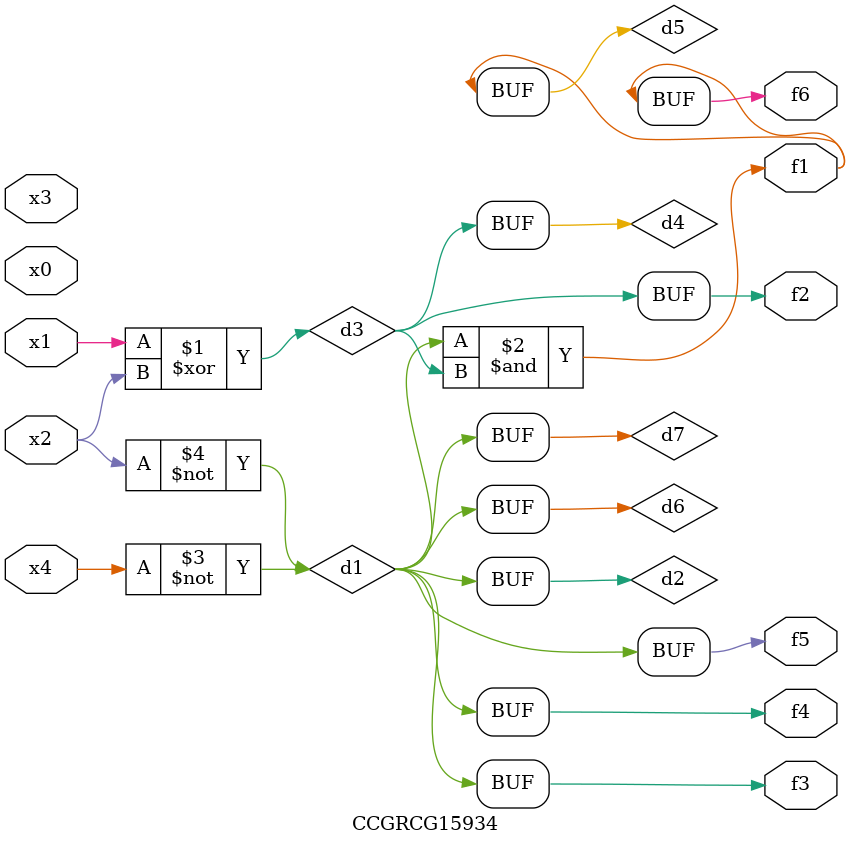
<source format=v>
module CCGRCG15934(
	input x0, x1, x2, x3, x4,
	output f1, f2, f3, f4, f5, f6
);

	wire d1, d2, d3, d4, d5, d6, d7;

	not (d1, x4);
	not (d2, x2);
	xor (d3, x1, x2);
	buf (d4, d3);
	and (d5, d1, d3);
	buf (d6, d1, d2);
	buf (d7, d2);
	assign f1 = d5;
	assign f2 = d4;
	assign f3 = d7;
	assign f4 = d7;
	assign f5 = d7;
	assign f6 = d5;
endmodule

</source>
